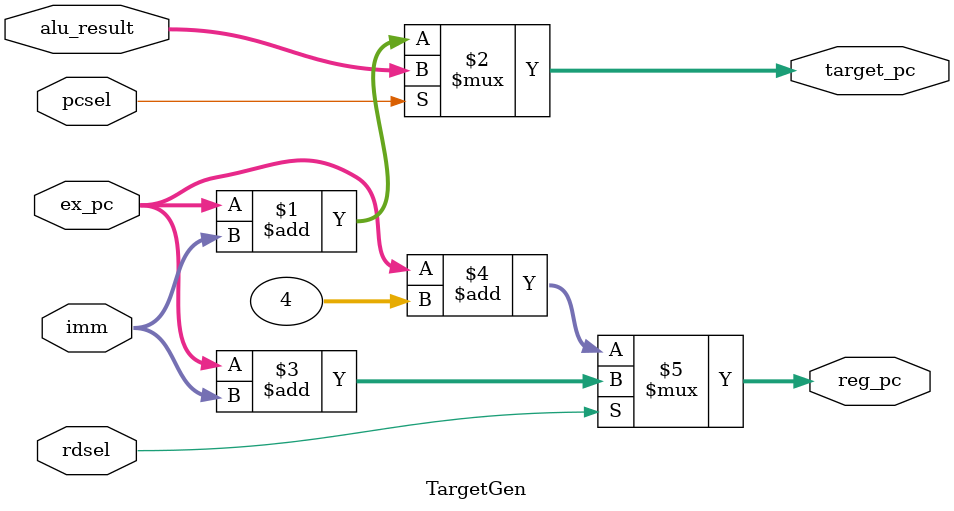
<source format=v>
`timescale 1ns / 1ps

module TargetGen(
    input [31:0] ex_pc,
    input [31:0] imm,
    input [31:0] alu_result,
    input pcsel,
    input rdsel,
    output reg [31:0] reg_pc,
    output reg [31:0] target_pc
);

    assign target_pc = (pcsel) ? alu_result : (ex_pc + imm);
    assign reg_pc = (rdsel) ? (ex_pc + imm) : (ex_pc + 4);

endmodule
</source>
